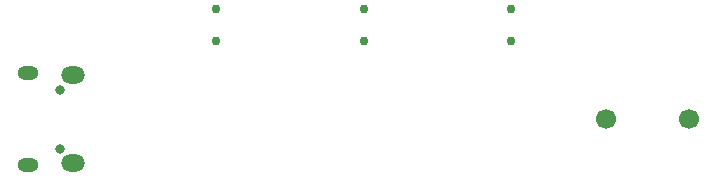
<source format=gbr>
%TF.GenerationSoftware,KiCad,Pcbnew,(6.0.7)*%
%TF.CreationDate,2023-01-18T14:59:31-05:00*%
%TF.ProjectId,microkfd,6d696372-6f6b-4666-942e-6b696361645f,E*%
%TF.SameCoordinates,Original*%
%TF.FileFunction,Soldermask,Bot*%
%TF.FilePolarity,Negative*%
%FSLAX46Y46*%
G04 Gerber Fmt 4.6, Leading zero omitted, Abs format (unit mm)*
G04 Created by KiCad (PCBNEW (6.0.7)) date 2023-01-18 14:59:31*
%MOMM*%
%LPD*%
G01*
G04 APERTURE LIST*
%ADD10C,1.700000*%
%ADD11O,0.800000X0.800000*%
%ADD12O,2.000000X1.450000*%
%ADD13O,1.800000X1.150000*%
%ADD14C,0.750000*%
G04 APERTURE END LIST*
D10*
%TO.C,J4*%
X145500000Y-100000000D03*
X152500000Y-100000000D03*
%TD*%
D11*
%TO.C,J1*%
X99300000Y-102500000D03*
X99300000Y-97500000D03*
D12*
X100350000Y-96275000D03*
D13*
X96550000Y-103875000D03*
D12*
X100350000Y-103725000D03*
D13*
X96550000Y-96125000D03*
%TD*%
D14*
%TO.C,SW1*%
X137500000Y-90625000D03*
X137500000Y-93375000D03*
%TD*%
%TO.C,SW3*%
X125000000Y-90625000D03*
X125000000Y-93375000D03*
%TD*%
%TO.C,SW2*%
X112500000Y-93375000D03*
X112500000Y-90625000D03*
%TD*%
M02*

</source>
